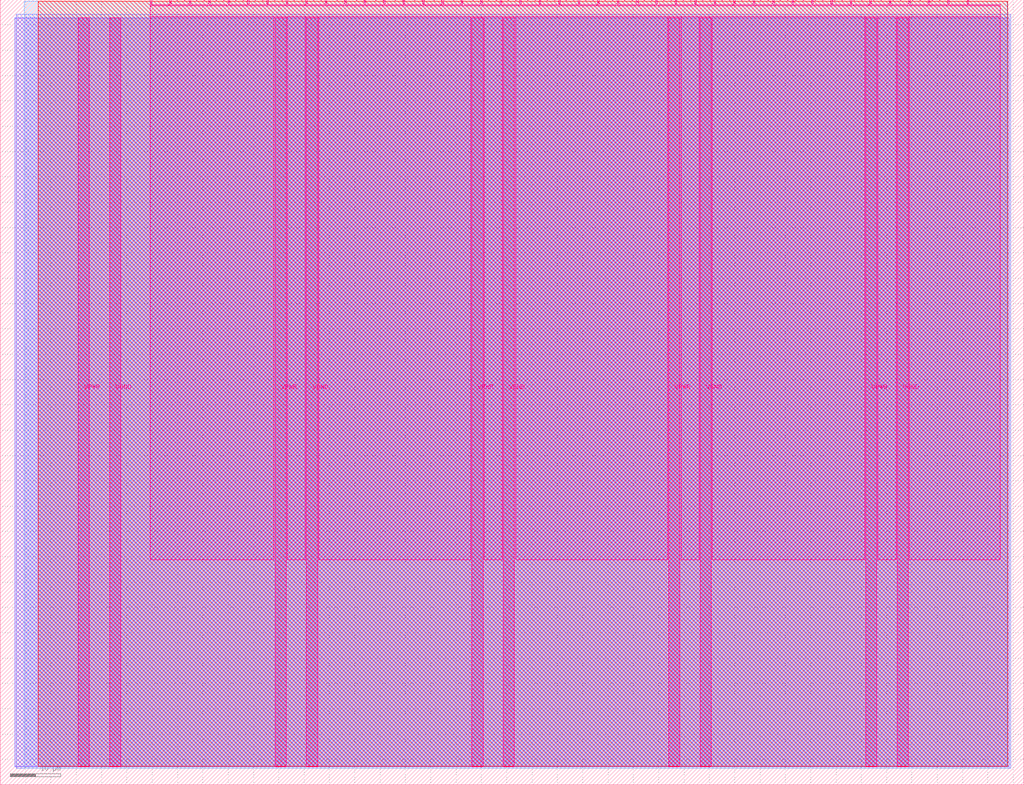
<source format=lef>
VERSION 5.7 ;
  NOWIREEXTENSIONATPIN ON ;
  DIVIDERCHAR "/" ;
  BUSBITCHARS "[]" ;
MACRO tt_um_rejunity_sn76489
  CLASS BLOCK ;
  FOREIGN tt_um_rejunity_sn76489 ;
  ORIGIN 0.000 0.000 ;
  SIZE 202.080 BY 154.980 ;
  PIN VGND
    DIRECTION INOUT ;
    USE GROUND ;
    PORT
      LAYER Metal5 ;
        RECT 21.580 3.560 23.780 151.420 ;
    END
    PORT
      LAYER Metal5 ;
        RECT 60.450 3.560 62.650 151.420 ;
    END
    PORT
      LAYER Metal5 ;
        RECT 99.320 3.560 101.520 151.420 ;
    END
    PORT
      LAYER Metal5 ;
        RECT 138.190 3.560 140.390 151.420 ;
    END
    PORT
      LAYER Metal5 ;
        RECT 177.060 3.560 179.260 151.420 ;
    END
  END VGND
  PIN VPWR
    DIRECTION INOUT ;
    USE POWER ;
    PORT
      LAYER Metal5 ;
        RECT 15.380 3.560 17.580 151.420 ;
    END
    PORT
      LAYER Metal5 ;
        RECT 54.250 3.560 56.450 151.420 ;
    END
    PORT
      LAYER Metal5 ;
        RECT 93.120 3.560 95.320 151.420 ;
    END
    PORT
      LAYER Metal5 ;
        RECT 131.990 3.560 134.190 151.420 ;
    END
    PORT
      LAYER Metal5 ;
        RECT 170.860 3.560 173.060 151.420 ;
    END
  END VPWR
  PIN clk
    DIRECTION INPUT ;
    USE SIGNAL ;
    ANTENNAGATEAREA 0.213200 ;
    PORT
      LAYER Metal5 ;
        RECT 187.050 153.980 187.350 154.980 ;
    END
  END clk
  PIN ena
    DIRECTION INPUT ;
    USE SIGNAL ;
    PORT
      LAYER Metal5 ;
        RECT 190.890 153.980 191.190 154.980 ;
    END
  END ena
  PIN rst_n
    DIRECTION INPUT ;
    USE SIGNAL ;
    ANTENNAGATEAREA 0.213200 ;
    PORT
      LAYER Metal5 ;
        RECT 183.210 153.980 183.510 154.980 ;
    END
  END rst_n
  PIN ui_in[0]
    DIRECTION INPUT ;
    USE SIGNAL ;
    ANTENNAGATEAREA 0.314600 ;
    PORT
      LAYER Metal5 ;
        RECT 179.370 153.980 179.670 154.980 ;
    END
  END ui_in[0]
  PIN ui_in[1]
    DIRECTION INPUT ;
    USE SIGNAL ;
    ANTENNAGATEAREA 0.314600 ;
    PORT
      LAYER Metal5 ;
        RECT 175.530 153.980 175.830 154.980 ;
    END
  END ui_in[1]
  PIN ui_in[2]
    DIRECTION INPUT ;
    USE SIGNAL ;
    ANTENNAGATEAREA 0.314600 ;
    PORT
      LAYER Metal5 ;
        RECT 171.690 153.980 171.990 154.980 ;
    END
  END ui_in[2]
  PIN ui_in[3]
    DIRECTION INPUT ;
    USE SIGNAL ;
    ANTENNAGATEAREA 0.314600 ;
    PORT
      LAYER Metal5 ;
        RECT 167.850 153.980 168.150 154.980 ;
    END
  END ui_in[3]
  PIN ui_in[4]
    DIRECTION INPUT ;
    USE SIGNAL ;
    ANTENNAGATEAREA 0.314600 ;
    PORT
      LAYER Metal5 ;
        RECT 164.010 153.980 164.310 154.980 ;
    END
  END ui_in[4]
  PIN ui_in[5]
    DIRECTION INPUT ;
    USE SIGNAL ;
    ANTENNAGATEAREA 0.314600 ;
    PORT
      LAYER Metal5 ;
        RECT 160.170 153.980 160.470 154.980 ;
    END
  END ui_in[5]
  PIN ui_in[6]
    DIRECTION INPUT ;
    USE SIGNAL ;
    ANTENNAGATEAREA 0.213200 ;
    PORT
      LAYER Metal5 ;
        RECT 156.330 153.980 156.630 154.980 ;
    END
  END ui_in[6]
  PIN ui_in[7]
    DIRECTION INPUT ;
    USE SIGNAL ;
    ANTENNAGATEAREA 0.213200 ;
    PORT
      LAYER Metal5 ;
        RECT 152.490 153.980 152.790 154.980 ;
    END
  END ui_in[7]
  PIN uio_in[0]
    DIRECTION INPUT ;
    USE SIGNAL ;
    ANTENNAGATEAREA 0.213200 ;
    PORT
      LAYER Metal5 ;
        RECT 148.650 153.980 148.950 154.980 ;
    END
  END uio_in[0]
  PIN uio_in[1]
    DIRECTION INPUT ;
    USE SIGNAL ;
    ANTENNAGATEAREA 0.180700 ;
    PORT
      LAYER Metal5 ;
        RECT 144.810 153.980 145.110 154.980 ;
    END
  END uio_in[1]
  PIN uio_in[2]
    DIRECTION INPUT ;
    USE SIGNAL ;
    ANTENNAGATEAREA 0.180700 ;
    PORT
      LAYER Metal5 ;
        RECT 140.970 153.980 141.270 154.980 ;
    END
  END uio_in[2]
  PIN uio_in[3]
    DIRECTION INPUT ;
    USE SIGNAL ;
    PORT
      LAYER Metal5 ;
        RECT 137.130 153.980 137.430 154.980 ;
    END
  END uio_in[3]
  PIN uio_in[4]
    DIRECTION INPUT ;
    USE SIGNAL ;
    PORT
      LAYER Metal5 ;
        RECT 133.290 153.980 133.590 154.980 ;
    END
  END uio_in[4]
  PIN uio_in[5]
    DIRECTION INPUT ;
    USE SIGNAL ;
    PORT
      LAYER Metal5 ;
        RECT 129.450 153.980 129.750 154.980 ;
    END
  END uio_in[5]
  PIN uio_in[6]
    DIRECTION INPUT ;
    USE SIGNAL ;
    PORT
      LAYER Metal5 ;
        RECT 125.610 153.980 125.910 154.980 ;
    END
  END uio_in[6]
  PIN uio_in[7]
    DIRECTION INPUT ;
    USE SIGNAL ;
    PORT
      LAYER Metal5 ;
        RECT 121.770 153.980 122.070 154.980 ;
    END
  END uio_in[7]
  PIN uio_oe[0]
    DIRECTION OUTPUT ;
    USE SIGNAL ;
    ANTENNADIFFAREA 0.299200 ;
    PORT
      LAYER Metal5 ;
        RECT 56.490 153.980 56.790 154.980 ;
    END
  END uio_oe[0]
  PIN uio_oe[1]
    DIRECTION OUTPUT ;
    USE SIGNAL ;
    ANTENNADIFFAREA 0.299200 ;
    PORT
      LAYER Metal5 ;
        RECT 52.650 153.980 52.950 154.980 ;
    END
  END uio_oe[1]
  PIN uio_oe[2]
    DIRECTION OUTPUT ;
    USE SIGNAL ;
    ANTENNADIFFAREA 0.299200 ;
    PORT
      LAYER Metal5 ;
        RECT 48.810 153.980 49.110 154.980 ;
    END
  END uio_oe[2]
  PIN uio_oe[3]
    DIRECTION OUTPUT ;
    USE SIGNAL ;
    ANTENNADIFFAREA 0.392700 ;
    PORT
      LAYER Metal5 ;
        RECT 44.970 153.980 45.270 154.980 ;
    END
  END uio_oe[3]
  PIN uio_oe[4]
    DIRECTION OUTPUT ;
    USE SIGNAL ;
    ANTENNADIFFAREA 0.392700 ;
    PORT
      LAYER Metal5 ;
        RECT 41.130 153.980 41.430 154.980 ;
    END
  END uio_oe[4]
  PIN uio_oe[5]
    DIRECTION OUTPUT ;
    USE SIGNAL ;
    ANTENNADIFFAREA 0.392700 ;
    PORT
      LAYER Metal5 ;
        RECT 37.290 153.980 37.590 154.980 ;
    END
  END uio_oe[5]
  PIN uio_oe[6]
    DIRECTION OUTPUT ;
    USE SIGNAL ;
    ANTENNADIFFAREA 0.392700 ;
    PORT
      LAYER Metal5 ;
        RECT 33.450 153.980 33.750 154.980 ;
    END
  END uio_oe[6]
  PIN uio_oe[7]
    DIRECTION OUTPUT ;
    USE SIGNAL ;
    ANTENNADIFFAREA 0.392700 ;
    PORT
      LAYER Metal5 ;
        RECT 29.610 153.980 29.910 154.980 ;
    END
  END uio_oe[7]
  PIN uio_out[0]
    DIRECTION OUTPUT ;
    USE SIGNAL ;
    ANTENNADIFFAREA 0.299200 ;
    PORT
      LAYER Metal5 ;
        RECT 87.210 153.980 87.510 154.980 ;
    END
  END uio_out[0]
  PIN uio_out[1]
    DIRECTION OUTPUT ;
    USE SIGNAL ;
    ANTENNADIFFAREA 0.299200 ;
    PORT
      LAYER Metal5 ;
        RECT 83.370 153.980 83.670 154.980 ;
    END
  END uio_out[1]
  PIN uio_out[2]
    DIRECTION OUTPUT ;
    USE SIGNAL ;
    ANTENNADIFFAREA 0.299200 ;
    PORT
      LAYER Metal5 ;
        RECT 79.530 153.980 79.830 154.980 ;
    END
  END uio_out[2]
  PIN uio_out[3]
    DIRECTION OUTPUT ;
    USE SIGNAL ;
    ANTENNADIFFAREA 0.654800 ;
    PORT
      LAYER Metal5 ;
        RECT 75.690 153.980 75.990 154.980 ;
    END
  END uio_out[3]
  PIN uio_out[4]
    DIRECTION OUTPUT ;
    USE SIGNAL ;
    ANTENNADIFFAREA 0.654800 ;
    PORT
      LAYER Metal5 ;
        RECT 71.850 153.980 72.150 154.980 ;
    END
  END uio_out[4]
  PIN uio_out[5]
    DIRECTION OUTPUT ;
    USE SIGNAL ;
    ANTENNADIFFAREA 0.654800 ;
    PORT
      LAYER Metal5 ;
        RECT 68.010 153.980 68.310 154.980 ;
    END
  END uio_out[5]
  PIN uio_out[6]
    DIRECTION OUTPUT ;
    USE SIGNAL ;
    ANTENNADIFFAREA 0.654800 ;
    PORT
      LAYER Metal5 ;
        RECT 64.170 153.980 64.470 154.980 ;
    END
  END uio_out[6]
  PIN uio_out[7]
    DIRECTION OUTPUT ;
    USE SIGNAL ;
    ANTENNADIFFAREA 0.654800 ;
    PORT
      LAYER Metal5 ;
        RECT 60.330 153.980 60.630 154.980 ;
    END
  END uio_out[7]
  PIN uo_out[0]
    DIRECTION OUTPUT ;
    USE SIGNAL ;
    ANTENNAGATEAREA 0.635700 ;
    ANTENNADIFFAREA 0.706400 ;
    PORT
      LAYER Metal5 ;
        RECT 117.930 153.980 118.230 154.980 ;
    END
  END uo_out[0]
  PIN uo_out[1]
    DIRECTION OUTPUT ;
    USE SIGNAL ;
    ANTENNAGATEAREA 0.676000 ;
    ANTENNADIFFAREA 0.733200 ;
    PORT
      LAYER Metal5 ;
        RECT 114.090 153.980 114.390 154.980 ;
    END
  END uo_out[1]
  PIN uo_out[2]
    DIRECTION OUTPUT ;
    USE SIGNAL ;
    ANTENNAGATEAREA 0.635700 ;
    ANTENNADIFFAREA 0.733200 ;
    PORT
      LAYER Metal5 ;
        RECT 110.250 153.980 110.550 154.980 ;
    END
  END uo_out[2]
  PIN uo_out[3]
    DIRECTION OUTPUT ;
    USE SIGNAL ;
    ANTENNAGATEAREA 0.926900 ;
    ANTENNADIFFAREA 0.733200 ;
    PORT
      LAYER Metal5 ;
        RECT 106.410 153.980 106.710 154.980 ;
    END
  END uo_out[3]
  PIN uo_out[4]
    DIRECTION OUTPUT ;
    USE SIGNAL ;
    ANTENNAGATEAREA 0.626600 ;
    ANTENNADIFFAREA 0.733200 ;
    PORT
      LAYER Metal5 ;
        RECT 102.570 153.980 102.870 154.980 ;
    END
  END uo_out[4]
  PIN uo_out[5]
    DIRECTION OUTPUT ;
    USE SIGNAL ;
    ANTENNAGATEAREA 0.917800 ;
    ANTENNADIFFAREA 0.733200 ;
    PORT
      LAYER Metal5 ;
        RECT 98.730 153.980 99.030 154.980 ;
    END
  END uo_out[5]
  PIN uo_out[6]
    DIRECTION OUTPUT ;
    USE SIGNAL ;
    ANTENNAGATEAREA 0.676000 ;
    ANTENNADIFFAREA 0.733200 ;
    PORT
      LAYER Metal5 ;
        RECT 94.890 153.980 95.190 154.980 ;
    END
  END uo_out[6]
  PIN uo_out[7]
    DIRECTION OUTPUT ;
    USE SIGNAL ;
    ANTENNAGATEAREA 0.241800 ;
    ANTENNADIFFAREA 0.651000 ;
    PORT
      LAYER Metal5 ;
        RECT 91.050 153.980 91.350 154.980 ;
    END
  END uo_out[7]
  OBS
      LAYER GatPoly ;
        RECT 2.880 3.630 199.200 151.350 ;
      LAYER Metal1 ;
        RECT 2.880 3.560 199.200 151.420 ;
      LAYER Metal2 ;
        RECT 3.170 3.260 199.475 152.140 ;
      LAYER Metal3 ;
        RECT 4.700 3.215 198.820 154.705 ;
      LAYER Metal4 ;
        RECT 7.535 3.680 198.865 154.660 ;
      LAYER Metal5 ;
        RECT 30.120 153.770 33.240 153.980 ;
        RECT 33.960 153.770 37.080 153.980 ;
        RECT 37.800 153.770 40.920 153.980 ;
        RECT 41.640 153.770 44.760 153.980 ;
        RECT 45.480 153.770 48.600 153.980 ;
        RECT 49.320 153.770 52.440 153.980 ;
        RECT 53.160 153.770 56.280 153.980 ;
        RECT 57.000 153.770 60.120 153.980 ;
        RECT 60.840 153.770 63.960 153.980 ;
        RECT 64.680 153.770 67.800 153.980 ;
        RECT 68.520 153.770 71.640 153.980 ;
        RECT 72.360 153.770 75.480 153.980 ;
        RECT 76.200 153.770 79.320 153.980 ;
        RECT 80.040 153.770 83.160 153.980 ;
        RECT 83.880 153.770 87.000 153.980 ;
        RECT 87.720 153.770 90.840 153.980 ;
        RECT 91.560 153.770 94.680 153.980 ;
        RECT 95.400 153.770 98.520 153.980 ;
        RECT 99.240 153.770 102.360 153.980 ;
        RECT 103.080 153.770 106.200 153.980 ;
        RECT 106.920 153.770 110.040 153.980 ;
        RECT 110.760 153.770 113.880 153.980 ;
        RECT 114.600 153.770 117.720 153.980 ;
        RECT 118.440 153.770 121.560 153.980 ;
        RECT 122.280 153.770 125.400 153.980 ;
        RECT 126.120 153.770 129.240 153.980 ;
        RECT 129.960 153.770 133.080 153.980 ;
        RECT 133.800 153.770 136.920 153.980 ;
        RECT 137.640 153.770 140.760 153.980 ;
        RECT 141.480 153.770 144.600 153.980 ;
        RECT 145.320 153.770 148.440 153.980 ;
        RECT 149.160 153.770 152.280 153.980 ;
        RECT 153.000 153.770 156.120 153.980 ;
        RECT 156.840 153.770 159.960 153.980 ;
        RECT 160.680 153.770 163.800 153.980 ;
        RECT 164.520 153.770 167.640 153.980 ;
        RECT 168.360 153.770 171.480 153.980 ;
        RECT 172.200 153.770 175.320 153.980 ;
        RECT 176.040 153.770 179.160 153.980 ;
        RECT 179.880 153.770 183.000 153.980 ;
        RECT 183.720 153.770 186.840 153.980 ;
        RECT 187.560 153.770 190.680 153.980 ;
        RECT 191.400 153.770 197.380 153.980 ;
        RECT 29.660 151.630 197.380 153.770 ;
        RECT 29.660 44.375 54.040 151.630 ;
        RECT 56.660 44.375 60.240 151.630 ;
        RECT 62.860 44.375 92.910 151.630 ;
        RECT 95.530 44.375 99.110 151.630 ;
        RECT 101.730 44.375 131.780 151.630 ;
        RECT 134.400 44.375 137.980 151.630 ;
        RECT 140.600 44.375 170.650 151.630 ;
        RECT 173.270 44.375 176.850 151.630 ;
        RECT 179.470 44.375 197.380 151.630 ;
  END
END tt_um_rejunity_sn76489
END LIBRARY


</source>
